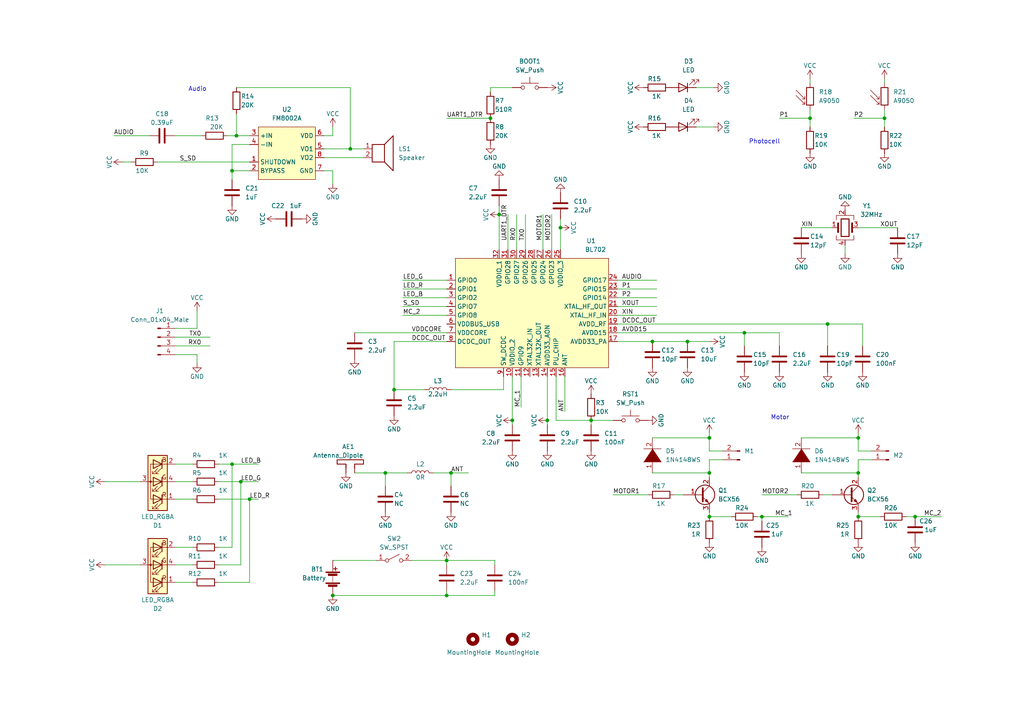
<source format=kicad_sch>
(kicad_sch (version 20211123) (generator eeschema)
  (paper "A4")
  (lib_symbols
    (symbol "BL702 Breakout:BL702"
      (property "Reference" "U" (at 0 24.13 0))
      (property "Value" "BL702" (at 0 -25.4 0))
      (symbol "BL702_1_1"
        (pin bidirectional line (at -22.86 10.16 0) (length 2.54) (name "GPIO0") (number "1"))
        (pin power_in line (at -3.81 -17.78 90) (length 2.54) (name "VDDIO_2") (number "10"))
        (pin bidirectional line (at -1.27 -17.78 90) (length 2.54) (name "GPIO9") (number "11"))
        (pin bidirectional line (at 1.27 -17.78 90) (length 2.54) (name "XTAL32K_IN") (number "12"))
        (pin bidirectional line (at 3.81 -17.78 90) (length 2.54) (name "XTAL32K_OUT") (number "13"))
        (pin power_out line (at 6.35 -17.78 90) (length 2.54) (name "AVDD33_AON") (number "14"))
        (pin bidirectional line (at 8.89 -17.78 90) (length 2.54) (name "PU_CHIP") (number "15"))
        (pin bidirectional line (at 11.43 -17.78 90) (length 2.54) (name "ANT") (number "16"))
        (pin power_in line (at 26.67 -7.62 180) (length 2.54) (name "AVDD33_PA") (number "17"))
        (pin power_in line (at 26.67 -5.08 180) (length 2.54) (name "AVDD15") (number "18"))
        (pin power_in line (at 26.67 -2.54 180) (length 2.54) (name "AVDD_RF") (number "19"))
        (pin bidirectional line (at -22.86 7.62 0) (length 2.54) (name "GPIO1") (number "2"))
        (pin bidirectional line (at 26.67 0 180) (length 2.54) (name "XTAL_HF_IN") (number "20"))
        (pin bidirectional line (at 26.67 2.54 180) (length 2.54) (name "XTAL_HF_OUT") (number "21"))
        (pin bidirectional line (at 26.67 5.08 180) (length 2.54) (name "GPIO14") (number "22"))
        (pin bidirectional line (at 26.67 7.62 180) (length 2.54) (name "GPIO15") (number "23"))
        (pin bidirectional line (at 26.67 10.16 180) (length 2.54) (name "GPIO17") (number "24"))
        (pin power_in line (at 10.16 19.05 270) (length 2.54) (name "VDDIO_3") (number "25"))
        (pin bidirectional line (at 7.62 19.05 270) (length 2.54) (name "GPIO23") (number "26"))
        (pin bidirectional line (at 5.08 19.05 270) (length 2.54) (name "GPIO24") (number "27"))
        (pin bidirectional line (at 2.54 19.05 270) (length 2.54) (name "GPIO25") (number "28"))
        (pin bidirectional line (at 0 19.05 270) (length 2.54) (name "GPIO26") (number "29"))
        (pin bidirectional line (at -22.86 5.08 0) (length 2.54) (name "GPIO2") (number "3"))
        (pin bidirectional line (at -2.54 19.05 270) (length 2.54) (name "GPIO27") (number "30"))
        (pin bidirectional line (at -5.08 19.05 270) (length 2.54) (name "GPIO28") (number "31"))
        (pin power_in line (at -7.62 19.05 270) (length 2.54) (name "VDDIO_1") (number "32"))
        (pin bidirectional line (at -22.86 2.54 0) (length 2.54) (name "GPIO7") (number "4"))
        (pin bidirectional line (at -22.86 0 0) (length 2.54) (name "GPIO8") (number "5"))
        (pin power_in line (at -22.86 -2.54 0) (length 2.54) (name "VDDBUS_USB") (number "6"))
        (pin power_in line (at -22.86 -5.08 0) (length 2.54) (name "VDDCORE") (number "7"))
        (pin power_out line (at -22.86 -7.62 0) (length 2.54) (name "DCDC_OUT") (number "8"))
        (pin power_in line (at -6.35 -17.78 90) (length 2.54) (name "SW_DCDC") (number "9"))
      )
    )
    (symbol "BL702 Robot:8002B"
      (property "Reference" "U" (at 0 7.62 0))
      (property "Value" "8002B" (at 0 -11.43 0))
      (symbol "8002B_1_1"
        (pin passive line (at -10.16 -3.81 0) (length 2.54) (name "SHUTDOWN") (number "1"))
        (pin passive line (at -10.16 -6.35 0) (length 2.54) (name "BYPASS") (number "2"))
        (pin passive line (at -10.16 3.81 0) (length 2.54) (name "+IN") (number "3"))
        (pin passive line (at -10.16 1.27 0) (length 2.54) (name "-IN") (number "4"))
        (pin passive line (at 11.43 0 180) (length 2.54) (name "VO1") (number "5"))
        (pin passive line (at 11.43 3.81 180) (length 2.54) (name "VDD") (number "6"))
        (pin passive line (at 11.43 -6.35 180) (length 2.54) (name "GND") (number "7"))
        (pin passive line (at 11.43 -2.54 180) (length 2.54) (name "VO2") (number "8"))
      )
    )
    (symbol "Connector:Conn_01x02_Male" (pin_names (offset 1.016) hide)
      (property "Reference" "J" (at 0 2.54 0))
      (property "Value" "Conn_01x02_Male" (at 0 -5.08 0))
      (symbol "Conn_01x02_Male_1_1"
        (pin passive line (at 5.08 0 180) (length 3.81) (name "Pin_1") (number "1"))
        (pin passive line (at 5.08 -2.54 180) (length 3.81) (name "Pin_2") (number "2"))
      )
    )
    (symbol "Connector:Conn_01x04_Male" (pin_names (offset 1.016) hide)
      (property "Reference" "J" (at 0 5.08 0))
      (property "Value" "Conn_01x04_Male" (at 0 -7.62 0))
      (symbol "Conn_01x04_Male_1_1"
        (pin passive line (at 5.08 2.54 180) (length 3.81) (name "Pin_1") (number "1"))
        (pin passive line (at 5.08 0 180) (length 3.81) (name "Pin_2") (number "2"))
        (pin passive line (at 5.08 -2.54 180) (length 3.81) (name "Pin_3") (number "3"))
        (pin passive line (at 5.08 -5.08 180) (length 3.81) (name "Pin_4") (number "4"))
      )
    )
    (symbol "Device:Antenna_Dipole" (pin_numbers hide) (pin_names (offset 1.016) hide)
      (property "Reference" "AE" (at 1.27 1.27 0))
      (property "Value" "Antenna_Dipole" (at 1.27 0 0))
      (symbol "Antenna_Dipole_1_1"
        (pin input line (at 0 -5.08 90) (length 2.54) (name "~") (number "1"))
        (pin input line (at 2.54 -5.08 90) (length 2.54) (name "~") (number "2"))
      )
    )
    (symbol "Device:Battery" (pin_numbers hide) (pin_names (offset 0) hide)
      (property "Reference" "BT" (at 2.54 2.54 0))
      (property "Value" "Battery" (at 2.54 0 0))
      (symbol "Battery_1_1"
        (pin passive line (at 0 5.08 270) (length 2.54) (name "+") (number "1"))
        (pin passive line (at 0 -5.08 90) (length 2.54) (name "-") (number "2"))
      )
    )
    (symbol "Device:C" (pin_numbers hide) (pin_names (offset 0.254))
      (property "Reference" "C" (at 0.635 2.54 0))
      (property "Value" "C" (at 0.635 -2.54 0))
      (symbol "C_1_1"
        (pin passive line (at 0 3.81 270) (length 2.794) (name "~") (number "1"))
        (pin passive line (at 0 -3.81 90) (length 2.794) (name "~") (number "2"))
      )
    )
    (symbol "Device:Crystal_GND24" (pin_names (offset 1.016) hide)
      (property "Reference" "Y" (at 3.175 5.08 0))
      (property "Value" "Crystal_GND24" (at 3.175 3.175 0))
      (symbol "Crystal_GND24_1_1"
        (pin passive line (at -3.81 0 0) (length 1.27) (name "1") (number "1"))
        (pin passive line (at 0 5.08 270) (length 1.27) (name "2") (number "2"))
        (pin passive line (at 3.81 0 180) (length 1.27) (name "3") (number "3"))
        (pin passive line (at 0 -5.08 90) (length 1.27) (name "4") (number "4"))
      )
    )
    (symbol "Device:L" (pin_numbers hide) (pin_names (offset 1.016) hide)
      (property "Reference" "L" (at -1.27 0 90))
      (property "Value" "L" (at 1.905 0 90))
      (symbol "L_1_1"
        (pin passive line (at 0 3.81 270) (length 1.27) (name "1") (number "1"))
        (pin passive line (at 0 -3.81 90) (length 1.27) (name "2") (number "2"))
      )
    )
    (symbol "Device:LED" (pin_numbers hide) (pin_names (offset 1.016) hide)
      (property "Reference" "D" (at 0 2.54 0))
      (property "Value" "LED" (at 0 -2.54 0))
      (symbol "LED_1_1"
        (pin passive line (at -3.81 0 0) (length 2.54) (name "K") (number "1"))
        (pin passive line (at 3.81 0 180) (length 2.54) (name "A") (number "2"))
      )
    )
    (symbol "Device:LED_RGBA" (pin_names (offset 0) hide)
      (property "Reference" "D1" (at 0 12.7 0))
      (property "Value" "LED_RGBA" (at 0 10.16 0))
      (symbol "LED_RGBA_0_0"
        (text "B" (at -1.905 -6.35 0) (effects (font (size 1.27 1.27))))
        (text "G" (at -1.905 -1.27 0) (effects (font (size 1.27 1.27))))
        (text "R" (at -1.905 3.81 0) (effects (font (size 1.27 1.27))))
      )
      (symbol "LED_RGBA_1_1"
        (pin passive line (at -5.08 5.08 0) (length 2.54) (name "RK") (number "1"))
        (pin passive line (at -5.08 -5.08 0) (length 2.54) (name "BK") (number "2"))
        (pin passive line (at 5.08 0 180) (length 2.54) (name "A") (number "3"))
        (pin passive line (at -5.08 0 0) (length 2.54) (name "GK") (number "4"))
      )
    )
    (symbol "Device:R" (pin_numbers hide) (pin_names (offset 0))
      (property "Reference" "R" (at 2.032 0 90))
      (property "Value" "R" (at 0 0 90))
      (symbol "R_1_1"
        (pin passive line (at 0 3.81 270) (length 1.27) (name "~") (number "1"))
        (pin passive line (at 0 -3.81 90) (length 1.27) (name "~") (number "2"))
      )
    )
    (symbol "Device:Speaker" (pin_names (offset 0) hide)
      (property "Reference" "LS" (at 1.27 5.715 0))
      (property "Value" "Speaker" (at 1.27 3.81 0))
      (symbol "Speaker_1_1"
        (pin input line (at -5.08 0 0) (length 2.54) (name "1") (number "1"))
        (pin input line (at -5.08 -2.54 0) (length 2.54) (name "2") (number "2"))
      )
    )
    (symbol "Mechanical:MountingHole" (pin_names (offset 1.016))
      (property "Reference" "H" (at 0 5.08 0))
      (property "Value" "MountingHole" (at 0 3.175 0))
    )
    (symbol "Sensor_Optical:A9050" (pin_numbers hide) (pin_names (offset 0))
      (property "Reference" "R" (at -5.08 0 90))
      (property "Value" "A9050" (at 1.905 0 90))
      (symbol "A9050_1_1"
        (pin passive line (at 0 3.81 270) (length 1.27) (name "~") (number "1"))
        (pin passive line (at 0 -3.81 90) (length 1.27) (name "~") (number "2"))
      )
    )
    (symbol "Switch:SW_Push" (pin_numbers hide) (pin_names (offset 1.016) hide)
      (property "Reference" "SW" (at 1.27 2.54 0))
      (property "Value" "SW_Push" (at 0 -1.524 0))
      (symbol "SW_Push_0_1"
        (pin passive line (at -5.08 0 0) (length 2.54) (name "1") (number "1"))
        (pin passive line (at 5.08 0 180) (length 2.54) (name "2") (number "2"))
      )
    )
    (symbol "Switch:SW_SPST" (pin_names (offset 0) hide)
      (property "Reference" "SW" (at 0 3.175 0))
      (property "Value" "SW_SPST" (at 0 -2.54 0))
      (symbol "SW_SPST_1_1"
        (pin passive line (at -5.08 0 0) (length 2.54) (name "A") (number "1"))
        (pin passive line (at 5.08 0 180) (length 2.54) (name "B") (number "2"))
      )
    )
    (symbol "Transistor_BJT:BCX56" (pin_names (offset 0) hide)
      (property "Reference" "Q" (at 5.08 1.905 0))
      (property "Value" "BCX56" (at 5.08 0 0))
      (symbol "BCX56_1_1"
        (pin input line (at -5.08 0 0) (length 5.715) (name "B") (number "1"))
        (pin passive line (at 2.54 5.08 270) (length 2.54) (name "C") (number "2"))
        (pin passive line (at 2.54 -5.08 90) (length 2.54) (name "E") (number "3"))
      )
    )
    (symbol "power:GND" (power) (pin_names (offset 0))
      (property "Value" "GND" (at 0 -3.81 0))
      (symbol "GND_1_1"
        (pin power_in line (at 0 0 270) (length 0) hide (name "GND") (number "1"))
      )
    )
    (symbol "power:VCC" (power) (pin_names (offset 0))
      (property "Value" "VCC" (at 0 3.81 0))
      (symbol "VCC_1_1"
        (pin power_in line (at 0 0 90) (length 0) hide (name "VCC") (number "1"))
      )
    )
    (symbol "pspice:DIODE" (pin_names (offset 1.016) hide)
      (property "Reference" "D" (at 0 3.81 0))
      (property "Value" "DIODE" (at 0 -4.445 0))
      (symbol "DIODE_1_1"
        (pin input line (at -5.08 0 0) (length 3.81) (name "K") (number "1"))
        (pin input line (at 5.08 0 180) (length 3.81) (name "A") (number "2"))
      )
    )
  )
  (junction (at 72.39 144.78))
  (junction (at 148.59 121.92))
  (junction (at 162.56 66.04))
  (junction (at 234.95 34.29))
  (junction (at 158.75 121.92))
  (junction (at 114.3 113.03))
  (junction (at 142.24 34.29))
  (junction (at 111.76 137.16))
  (junction (at 248.92 137.16))
  (junction (at 248.92 127))
  (junction (at 67.31 134.62))
  (junction (at 68.58 39.37))
  (junction (at 248.92 149.86))
  (junction (at 129.54 172.72))
  (junction (at 199.39 99.06))
  (junction (at 96.52 172.72))
  (junction (at 215.9 96.52))
  (junction (at 220.98 149.86))
  (junction (at 205.74 137.16))
  (junction (at 129.54 162.56))
  (junction (at 130.81 137.16))
  (junction (at 101.6 43.18))
  (junction (at 69.85 139.7))
  (junction (at 144.78 62.23))
  (junction (at 205.74 149.86))
  (junction (at 67.31 49.53))
  (junction (at 265.43 149.86))
  (junction (at 189.23 99.06))
  (junction (at 240.03 93.98))
  (junction (at 171.45 121.92))
  (junction (at 205.74 127))
  (junction (at 256.54 34.29))
  (wire (pts (xy 57.15 95.25) (xy 57.15 90.17)))
  (wire (pts (xy 234.95 34.29) (xy 234.95 31.75)))
  (wire (pts (xy 179.07 93.98) (xy 240.03 93.98)))
  (wire (pts (xy 142.24 25.4) (xy 142.24 26.67)))
  (wire (pts (xy 262.89 149.86) (xy 265.43 149.86)))
  (wire (pts (xy 114.3 99.06) (xy 114.3 113.03)))
  (wire (pts (xy 96.52 172.72) (xy 129.54 172.72)))
  (wire (pts (xy 68.58 33.02) (xy 68.58 39.37)))
  (wire (pts (xy 220.98 143.51) (xy 231.14 143.51)))
  (wire (pts (xy 55.88 163.83) (xy 50.8 163.83)))
  (wire (pts (xy 240.03 93.98) (xy 250.19 93.98)))
  (wire (pts (xy 114.3 99.06) (xy 129.54 99.06)))
  (wire (pts (xy 265.43 149.86) (xy 273.05 149.86)))
  (wire (pts (xy 252.73 133.35) (xy 248.92 133.35)))
  (wire (pts (xy 179.07 83.82) (xy 190.5 83.82)))
  (wire (pts (xy 162.56 63.5) (xy 162.56 66.04)))
  (wire (pts (xy 205.74 149.86) (xy 205.74 148.59)))
  (wire (pts (xy 93.98 43.18) (xy 101.6 43.18)))
  (wire (pts (xy 179.07 88.9) (xy 190.5 88.9)))
  (wire (pts (xy 250.19 93.98) (xy 250.19 100.33)))
  (wire (pts (xy 125.73 137.16) (xy 130.81 137.16)))
  (wire (pts (xy 102.87 137.16) (xy 111.76 137.16)))
  (wire (pts (xy 63.5 163.83) (xy 69.85 163.83)))
  (wire (pts (xy 146.05 113.03) (xy 130.81 113.03)))
  (wire (pts (xy 67.31 134.62) (xy 74.93 134.62)))
  (wire (pts (xy 179.07 99.06) (xy 189.23 99.06)))
  (wire (pts (xy 248.92 125.73) (xy 248.92 127)))
  (wire (pts (xy 148.59 109.22) (xy 148.59 121.92)))
  (wire (pts (xy 114.3 113.03) (xy 123.19 113.03)))
  (wire (pts (xy 248.92 66.04) (xy 260.35 66.04)))
  (wire (pts (xy 67.31 134.62) (xy 67.31 158.75)))
  (wire (pts (xy 111.76 137.16) (xy 111.76 140.97)))
  (wire (pts (xy 102.87 96.52) (xy 129.54 96.52)))
  (wire (pts (xy 189.23 127) (xy 205.74 127)))
  (wire (pts (xy 238.76 143.51) (xy 241.3 143.51)))
  (wire (pts (xy 177.8 143.51) (xy 187.96 143.51)))
  (wire (pts (xy 160.02 62.23) (xy 160.02 72.39)))
  (wire (pts (xy 256.54 22.86) (xy 256.54 24.13)))
  (wire (pts (xy 143.51 162.56) (xy 143.51 163.83)))
  (wire (pts (xy 93.98 39.37) (xy 96.52 39.37)))
  (wire (pts (xy 129.54 171.45) (xy 129.54 172.72)))
  (wire (pts (xy 101.6 43.18) (xy 105.41 43.18)))
  (wire (pts (xy 205.74 133.35) (xy 205.74 137.16)))
  (wire (pts (xy 50.8 95.25) (xy 57.15 95.25)))
  (wire (pts (xy 33.02 39.37) (xy 43.18 39.37)))
  (wire (pts (xy 248.92 149.86) (xy 255.27 149.86)))
  (wire (pts (xy 240.03 93.98) (xy 240.03 100.33)))
  (wire (pts (xy 232.41 127) (xy 248.92 127)))
  (wire (pts (xy 96.52 162.56) (xy 109.22 162.56)))
  (wire (pts (xy 55.88 158.75) (xy 50.8 158.75)))
  (wire (pts (xy 116.84 88.9) (xy 129.54 88.9)))
  (wire (pts (xy 151.13 109.22) (xy 151.13 118.11)))
  (wire (pts (xy 63.5 139.7) (xy 69.85 139.7)))
  (wire (pts (xy 248.92 133.35) (xy 248.92 137.16)))
  (wire (pts (xy 247.65 34.29) (xy 256.54 34.29)))
  (wire (pts (xy 144.78 62.23) (xy 144.78 72.39)))
  (wire (pts (xy 219.71 149.86) (xy 220.98 149.86)))
  (wire (pts (xy 215.9 96.52) (xy 226.06 96.52)))
  (wire (pts (xy 205.74 125.73) (xy 205.74 127)))
  (wire (pts (xy 129.54 172.72) (xy 143.51 172.72)))
  (wire (pts (xy 68.58 39.37) (xy 72.39 39.37)))
  (wire (pts (xy 130.81 137.16) (xy 135.89 137.16)))
  (wire (pts (xy 50.8 97.79) (xy 60.96 97.79)))
  (wire (pts (xy 50.8 100.33) (xy 60.96 100.33)))
  (wire (pts (xy 30.48 163.83) (xy 40.64 163.83)))
  (wire (pts (xy 189.23 137.16) (xy 205.74 137.16)))
  (wire (pts (xy 209.55 133.35) (xy 205.74 133.35)))
  (wire (pts (xy 245.11 73.66) (xy 245.11 71.12)))
  (wire (pts (xy 116.84 91.44) (xy 129.54 91.44)))
  (wire (pts (xy 129.54 162.56) (xy 143.51 162.56)))
  (wire (pts (xy 179.07 81.28) (xy 190.5 81.28)))
  (wire (pts (xy 161.29 109.22) (xy 161.29 121.92)))
  (wire (pts (xy 63.5 134.62) (xy 67.31 134.62)))
  (wire (pts (xy 158.75 121.92) (xy 158.75 123.19)))
  (wire (pts (xy 66.04 39.37) (xy 68.58 39.37)))
  (wire (pts (xy 226.06 34.29) (xy 234.95 34.29)))
  (wire (pts (xy 147.32 62.23) (xy 147.32 72.39)))
  (wire (pts (xy 35.56 46.99) (xy 38.1 46.99)))
  (wire (pts (xy 234.95 22.86) (xy 234.95 24.13)))
  (wire (pts (xy 93.98 49.53) (xy 96.52 49.53)))
  (wire (pts (xy 248.92 127) (xy 248.92 130.81)))
  (wire (pts (xy 129.54 162.56) (xy 129.54 163.83)))
  (wire (pts (xy 162.56 66.04) (xy 162.56 72.39)))
  (wire (pts (xy 209.55 130.81) (xy 205.74 130.81)))
  (wire (pts (xy 55.88 134.62) (xy 50.8 134.62)))
  (wire (pts (xy 195.58 143.51) (xy 198.12 143.51)))
  (wire (pts (xy 220.98 149.86) (xy 220.98 151.13)))
  (wire (pts (xy 55.88 144.78) (xy 50.8 144.78)))
  (wire (pts (xy 72.39 144.78) (xy 74.93 144.78)))
  (wire (pts (xy 179.07 86.36) (xy 190.5 86.36)))
  (wire (pts (xy 63.5 158.75) (xy 67.31 158.75)))
  (wire (pts (xy 205.74 137.16) (xy 205.74 138.43)))
  (wire (pts (xy 248.92 149.86) (xy 248.92 148.59)))
  (wire (pts (xy 72.39 41.91) (xy 67.31 41.91)))
  (wire (pts (xy 144.78 59.69) (xy 144.78 62.23)))
  (wire (pts (xy 67.31 49.53) (xy 67.31 52.07)))
  (wire (pts (xy 116.84 83.82) (xy 129.54 83.82)))
  (wire (pts (xy 179.07 91.44) (xy 190.5 91.44)))
  (wire (pts (xy 116.84 86.36) (xy 129.54 86.36)))
  (wire (pts (xy 30.48 139.7) (xy 40.64 139.7)))
  (wire (pts (xy 149.86 62.23) (xy 149.86 72.39)))
  (wire (pts (xy 50.8 39.37) (xy 58.42 39.37)))
  (wire (pts (xy 55.88 168.91) (xy 50.8 168.91)))
  (wire (pts (xy 116.84 81.28) (xy 129.54 81.28)))
  (wire (pts (xy 234.95 36.83) (xy 234.95 34.29)))
  (wire (pts (xy 179.07 96.52) (xy 215.9 96.52)))
  (wire (pts (xy 158.75 109.22) (xy 158.75 121.92)))
  (wire (pts (xy 256.54 36.83) (xy 256.54 34.29)))
  (wire (pts (xy 45.72 46.99) (xy 72.39 46.99)))
  (wire (pts (xy 146.05 109.22) (xy 146.05 113.03)))
  (wire (pts (xy 161.29 121.92) (xy 171.45 121.92)))
  (wire (pts (xy 72.39 144.78) (xy 72.39 168.91)))
  (wire (pts (xy 96.52 49.53) (xy 96.52 53.34)))
  (wire (pts (xy 67.31 41.91) (xy 67.31 49.53)))
  (wire (pts (xy 101.6 25.4) (xy 68.58 25.4)))
  (wire (pts (xy 148.59 121.92) (xy 148.59 123.19)))
  (wire (pts (xy 93.98 45.72) (xy 105.41 45.72)))
  (wire (pts (xy 96.52 39.37) (xy 96.52 36.83)))
  (wire (pts (xy 215.9 96.52) (xy 215.9 100.33)))
  (wire (pts (xy 220.98 149.86) (xy 228.6 149.86)))
  (wire (pts (xy 163.83 109.22) (xy 163.83 119.38)))
  (wire (pts (xy 252.73 130.81) (xy 248.92 130.81)))
  (wire (pts (xy 63.5 168.91) (xy 72.39 168.91)))
  (wire (pts (xy 142.24 25.4) (xy 148.59 25.4)))
  (wire (pts (xy 143.51 172.72) (xy 143.51 171.45)))
  (wire (pts (xy 205.74 127) (xy 205.74 130.81)))
  (wire (pts (xy 207.01 25.4) (xy 201.93 25.4)))
  (wire (pts (xy 207.01 36.83) (xy 201.93 36.83)))
  (wire (pts (xy 205.74 149.86) (xy 212.09 149.86)))
  (wire (pts (xy 101.6 43.18) (xy 101.6 25.4)))
  (wire (pts (xy 57.15 105.41) (xy 57.15 102.87)))
  (wire (pts (xy 69.85 139.7) (xy 69.85 163.83)))
  (wire (pts (xy 256.54 34.29) (xy 256.54 31.75)))
  (wire (pts (xy 130.81 137.16) (xy 130.81 140.97)))
  (wire (pts (xy 189.23 99.06) (xy 199.39 99.06)))
  (wire (pts (xy 129.54 34.29) (xy 142.24 34.29)))
  (wire (pts (xy 171.45 121.92) (xy 171.45 123.19)))
  (wire (pts (xy 248.92 137.16) (xy 248.92 138.43)))
  (wire (pts (xy 63.5 144.78) (xy 72.39 144.78)))
  (wire (pts (xy 69.85 139.7) (xy 74.93 139.7)))
  (wire (pts (xy 232.41 66.04) (xy 241.3 66.04)))
  (wire (pts (xy 119.38 162.56) (xy 129.54 162.56)))
  (wire (pts (xy 67.31 49.53) (xy 72.39 49.53)))
  (wire (pts (xy 152.4 62.23) (xy 152.4 72.39)))
  (wire (pts (xy 171.45 121.92) (xy 177.8 121.92)))
  (wire (pts (xy 118.11 137.16) (xy 111.76 137.16)))
  (wire (pts (xy 55.88 139.7) (xy 50.8 139.7)))
  (wire (pts (xy 157.48 62.23) (xy 157.48 72.39)))
  (wire (pts (xy 226.06 96.52) (xy 226.06 100.33)))
  (wire (pts (xy 57.15 102.87) (xy 50.8 102.87)))
  (wire (pts (xy 199.39 99.06) (xy 205.74 99.06)))
  (wire (pts (xy 232.41 137.16) (xy 248.92 137.16)))
  (text "Photocell" (at 217.17 41.91 0) (effects (font (size 1.27 1.27)) (justify left bottom)))
  (text "Audio" (at 54.61 26.67 0) (effects (font (size 1.27 1.27)) (justify left bottom)))
  (text "Motor" (at 223.52 121.92 0) (effects (font (size 1.27 1.27)) (justify left bottom)))
  (label "ANT" (at 130.81 137.16 0))
  (label "LED_G" (at 116.84 81.28 0))
  (label "S_SD" (at 116.84 88.9 0))
  (label "TX0" (at 152.4 69.85 90))
  (label "P1" (at 226.06 34.29 0))
  (label "P1" (at 180.34 83.82 0))
  (label "LED_B" (at 116.84 86.36 0))
  (label "MC_2" (at 267.97 149.86 0))
  (label "AUDIO" (at 33.02 39.37 0))
  (label "MC_1" (at 151.13 118.11 90))
  (label "P2" (at 247.65 34.29 0))
  (label "UART1_DTR" (at 129.54 34.29 0))
  (label "LED_R" (at 116.84 83.82 0))
  (label "MOTOR1" (at 177.8 143.51 0))
  (label "UART1_DTR" (at 147.32 69.85 90))
  (label "VDDCORE" (at 119.38 96.52 0))
  (label "MOTOR2" (at 220.98 143.51 0))
  (label "XOUT" (at 180.34 88.9 0))
  (label "LED_B" (at 69.85 134.62 0))
  (label "AVDD15" (at 180.34 96.52 0))
  (label "P2" (at 180.34 86.36 0))
  (label "LED_R" (at 72.39 144.78 0))
  (label "ANT" (at 163.83 119.38 90))
  (label "S_SD" (at 52.07 46.99 0))
  (label "RX0" (at 58.42 100.33 180))
  (label "MOTOR2" (at 160.02 69.85 90))
  (label "XIN" (at 232.41 66.04 0))
  (label "TX0" (at 58.42 97.79 180))
  (label "MC_2" (at 116.84 91.44 0))
  (label "MOTOR1" (at 157.48 69.85 90))
  (label "LED_G" (at 69.85 139.7 0))
  (label "DCDC_OUT" (at 119.38 99.06 0))
  (label "DCDC_OUT" (at 180.34 93.98 0))
  (label "XIN" (at 180.34 91.44 0))
  (label "XOUT" (at 255.27 66.04 0))
  (label "MC_1" (at 224.79 149.86 0))
  (label "AUDIO" (at 180.34 81.28 0))
  (label "RX0" (at 149.86 69.85 90))
  (symbol (lib_id "Sensor_Optical:A9050") (at 256.54 27.94 0) (unit 1)
    (property "Reference" "R21" (at 259.08 26.6699 0) (effects (justify left)))
    (property "Value" "A9050" (at 259.08 29.2099 0) (effects (justify left)))
    (property "Footprint" "OptoDevice:R_LDR_5.0x4.1mm_P3mm_Vertical" (effects hide))
    (property "Datasheet" "http://cdn-reichelt.de/documents/datenblatt/A500/A90xxxx%23PE.pdf" (effects hide))
  )
  (symbol (lib_id "Device:R") (at 59.69 168.91 90) (unit 1)
    (property "Reference" "R12" (at 58.42 166.37 90) (effects (justify left)))
    (property "Value" "1K" (at 66.04 166.37 90) (effects (justify left)))
    (property "Footprint" "Resistor_SMD:R_0402_1005Metric" (effects hide))
    (property "LCSC PN" "C11702" (effects hide))
  )
  (symbol (lib_id "BL702 Robot:8002B") (at 82.55 43.18 0) (unit 1)
    (property "Reference" "U2" (at 83.185 31.75 0))
    (property "Value" "FM8002A" (at 83.185 34.29 0))
    (property "Footprint" "Package_SO:SOP-8_3.9x4.9mm_P1.27mm" (effects hide))
    (property "LCSC" "C94625" (effects hide))
  )
  (symbol (lib_id "Device:C") (at 162.56 59.69 0) (unit 1)
    (property "Reference" "C10" (at 166.37 58.4199 0) (effects (justify left)))
    (property "Value" "2.2uF" (at 166.37 60.9599 0) (effects (justify left)))
    (property "Footprint" "Capacitor_SMD:C_0402_1005Metric" (effects hide))
    (property "LCSC PN" "C12530" (effects hide))
  )
  (symbol (lib_id "power:VCC") (at 148.59 121.92 90) (unit 1)
    (property "Reference" "#PWR037" (effects hide))
    (property "Value" "VCC" (at 144.78 121.92 0))
  )
  (symbol (lib_id "power:GND") (at 207.01 36.83 90) (unit 1)
    (property "Reference" "#PWR040" (effects hide))
    (property "Value" "GND" (at 210.82 36.83 0))
  )
  (symbol (lib_id "BL702 Breakout:BL702") (at 152.4 91.44 0) (unit 1)
    (property "Reference" "U1" (at 171.45 69.85 0))
    (property "Value" "BL702" (at 172.72 72.39 0))
    (property "Footprint" "Package_DFN_QFN:QFN-32-1EP_4x4mm_P0.4mm_EP2.9x2.9mm" (effects hide))
    (property "LCSC PN" "C2874059" (effects hide))
  )
  (symbol (lib_id "power:GND") (at 265.43 157.48 0) (unit 1)
    (property "Reference" "#PWR058" (effects hide))
    (property "Value" "GND" (at 265.43 161.29 0))
  )
  (symbol (lib_id "power:GND") (at 142.24 41.91 0) (unit 1)
    (property "Reference" "#PWR029" (effects hide))
    (property "Value" "GND" (at 142.24 45.72 0))
  )
  (symbol (lib_id "Device:R") (at 41.91 46.99 90) (unit 1)
    (property "Reference" "R9" (at 43.18 44.45 90) (effects (justify left)))
    (property "Value" "10K" (at 43.18 49.53 90) (effects (justify left)))
    (property "Footprint" "Resistor_SMD:R_0402_1005Metric" (effects hide))
    (property "LCSC PN" "C25744" (effects hide))
  )
  (symbol (lib_id "power:GND") (at 245.11 60.96 180) (unit 1)
    (property "Reference" "#PWR033" (effects hide))
    (property "Value" "GND" (at 245.11 57.15 0))
  )
  (symbol (lib_id "Device:L") (at 121.92 137.16 90) (unit 1)
    (property "Reference" "L2" (at 121.92 134.62 90))
    (property "Value" "0R" (at 121.92 138.43 90))
    (property "Footprint" "Inductor_SMD:L_0402_1005Metric" (effects hide))
  )
  (symbol (lib_id "Device:R") (at 59.69 139.7 90) (unit 1)
    (property "Reference" "R5" (at 58.42 137.16 90) (effects (justify left)))
    (property "Value" "1K" (at 66.04 137.16 90) (effects (justify left)))
    (property "Footprint" "Resistor_SMD:R_0402_1005Metric" (effects hide))
    (property "LCSC PN" "C11702" (effects hide))
  )
  (symbol (lib_id "Device:R") (at 234.95 40.64 0) (unit 1)
    (property "Reference" "R19" (at 236.22 39.37 0) (effects (justify left)))
    (property "Value" "10K" (at 236.22 41.91 0) (effects (justify left)))
    (property "Footprint" "Resistor_SMD:R_0402_1005Metric" (effects hide))
    (property "LCSC PN" "C25744" (effects hide))
  )
  (symbol (lib_id "power:VCC") (at 248.92 125.73 0) (unit 1)
    (property "Reference" "#PWR052" (effects hide))
    (property "Value" "VCC" (at 248.92 121.92 0))
  )
  (symbol (lib_id "Device:R") (at 234.95 143.51 90) (unit 1)
    (property "Reference" "R20" (at 236.22 140.97 90) (effects (justify left)))
    (property "Value" "1K" (at 236.22 146.05 90) (effects (justify left)))
    (property "Footprint" "Resistor_SMD:R_0402_1005Metric" (effects hide))
    (property "LCSC PN" "C11702" (effects hide))
  )
  (symbol (lib_id "Device:C") (at 130.81 144.78 0) (unit 1)
    (property "Reference" "C6" (at 133.35 143.51 0) (effects (justify left)))
    (property "Value" "NC" (at 133.35 146.05 0) (effects (justify left)))
    (property "Footprint" "Capacitor_SMD:C_0402_1005Metric" (effects hide))
  )
  (symbol (lib_id "Device:C") (at 199.39 102.87 0) (unit 1)
    (property "Reference" "C13" (at 203.2 101.5999 0) (effects (justify left)))
    (property "Value" "10uF" (at 203.2 104.1399 0) (effects (justify left)))
    (property "Footprint" "Capacitor_SMD:C_0603_1608Metric" (effects hide))
    (property "LCSC PN" "C96446" (effects hide))
  )
  (symbol (lib_id "power:VCC") (at 171.45 114.3 0) (unit 1)
    (property "Reference" "#PWR045" (effects hide))
    (property "Value" "VCC" (at 171.45 110.49 0))
  )
  (symbol (lib_id "power:GND") (at 234.95 44.45 0) (unit 1)
    (property "Reference" "#PWR051" (effects hide))
    (property "Value" "GND" (at 234.95 48.26 0))
  )
  (symbol (lib_id "power:VCC") (at 144.78 62.23 90) (unit 1)
    (property "Reference" "#PWR032" (effects hide))
    (property "Value" "VCC" (at 140.97 62.23 0))
  )
  (symbol (lib_id "power:VCC") (at 30.48 163.83 90) (unit 1)
    (property "Reference" "#PWR03" (effects hide))
    (property "Value" "VCC" (at 26.67 163.83 0))
  )
  (symbol (lib_id "Device:R") (at 190.5 25.4 90) (unit 1)
    (property "Reference" "R15" (at 191.77 22.86 90) (effects (justify left)))
    (property "Value" "1K" (at 191.77 27.94 90) (effects (justify left)))
    (property "Footprint" "Resistor_SMD:R_0402_1005Metric" (effects hide))
    (property "LCSC PN" "C11702" (effects hide))
  )
  (symbol (lib_id "Device:C") (at 215.9 104.14 0) (unit 1)
    (property "Reference" "C15" (at 218.44 102.87 0) (effects (justify left)))
    (property "Value" "10pF" (at 218.44 105.41 0) (effects (justify left)))
    (property "Footprint" "Capacitor_SMD:C_0402_1005Metric" (effects hide))
    (property "LCSC PN" "C32949" (effects hide))
  )
  (symbol (lib_id "power:GND") (at 171.45 130.81 0) (unit 1)
    (property "Reference" "#PWR023" (effects hide))
    (property "Value" "GND" (at 171.45 134.62 0))
  )
  (symbol (lib_id "power:VCC") (at 205.74 125.73 0) (unit 1)
    (property "Reference" "#PWR047" (effects hide))
    (property "Value" "VCC" (at 205.74 121.92 0))
  )
  (symbol (lib_id "power:GND") (at 100.33 137.16 0) (unit 1)
    (property "Reference" "#PWR036" (effects hide))
    (property "Value" "GND" (at 100.33 140.97 0))
  )
  (symbol (lib_id "power:GND") (at 187.96 121.92 90) (unit 1)
    (property "Reference" "#PWR057" (effects hide))
    (property "Value" "GND" (at 191.77 121.92 0))
  )
  (symbol (lib_id "Device:C") (at 46.99 39.37 90) (unit 1)
    (property "Reference" "C18" (at 46.99 33.02 90))
    (property "Value" "0.39uF" (at 46.99 35.56 90))
    (property "Footprint" "Capacitor_SMD:C_0603_1608Metric" (effects hide))
  )
  (symbol (lib_id "power:GND") (at 232.41 73.66 0) (unit 1)
    (property "Reference" "#PWR028" (effects hide))
    (property "Value" "GND" (at 232.41 77.47 0))
  )
  (symbol (lib_id "power:VCC") (at 186.69 36.83 90) (unit 1)
    (property "Reference" "#PWR027" (effects hide))
    (property "Value" "VCC" (at 182.88 36.83 0))
  )
  (symbol (lib_id "Device:C") (at 265.43 153.67 180) (unit 1)
    (property "Reference" "C26" (at 270.51 151.13 0) (effects (justify left)))
    (property "Value" "1uF" (at 271.78 153.67 0) (effects (justify left)))
    (property "Footprint" "Capacitor_SMD:C_0603_1608Metric" (effects hide))
  )
  (symbol (lib_id "Device:C") (at 240.03 104.14 0) (unit 1)
    (property "Reference" "C19" (at 242.57 102.87 0) (effects (justify left)))
    (property "Value" "10pF" (at 242.57 105.41 0) (effects (justify left)))
    (property "Footprint" "Capacitor_SMD:C_0402_1005Metric" (effects hide))
    (property "LCSC PN" "C32949" (effects hide))
  )
  (symbol (lib_id "Device:C") (at 102.87 100.33 0) (unit 1)
    (property "Reference" "C3" (at 106.68 99.0599 0) (effects (justify left)))
    (property "Value" "2.2uF" (at 106.68 101.5999 0) (effects (justify left)))
    (property "Footprint" "Capacitor_SMD:C_0402_1005Metric" (effects hide))
    (property "LCSC PN" "C12530" (effects hide))
  )
  (symbol (lib_id "Device:R") (at 259.08 149.86 90) (unit 1)
    (property "Reference" "R26" (at 260.35 147.32 90) (effects (justify left)))
    (property "Value" "10K" (at 260.35 152.4 90) (effects (justify left)))
    (property "Footprint" "Resistor_SMD:R_0402_1005Metric" (effects hide))
    (property "LCSC PN" "C25744" (effects hide))
  )
  (symbol (lib_id "Device:C") (at 189.23 102.87 0) (unit 1)
    (property "Reference" "C12" (at 191.77 101.6 0) (effects (justify left)))
    (property "Value" "10pF" (at 191.77 104.14 0) (effects (justify left)))
    (property "Footprint" "Capacitor_SMD:C_0402_1005Metric" (effects hide))
    (property "LCSC PN" "C32949" (effects hide))
  )
  (symbol (lib_id "Device:R") (at 190.5 36.83 90) (unit 1)
    (property "Reference" "R16" (at 191.77 34.29 90) (effects (justify left)))
    (property "Value" "1K" (at 191.77 39.37 90) (effects (justify left)))
    (property "Footprint" "Resistor_SMD:R_0402_1005Metric" (effects hide))
    (property "LCSC PN" "C11702" (effects hide))
  )
  (symbol (lib_id "power:GND") (at 111.76 148.59 0) (unit 1)
    (property "Reference" "#PWR09" (effects hide))
    (property "Value" "GND" (at 111.76 152.4 0))
  )
  (symbol (lib_id "power:VCC") (at 158.75 25.4 270) (unit 1)
    (property "Reference" "#PWR049" (effects hide))
    (property "Value" "VCC" (at 162.56 25.4 0))
  )
  (symbol (lib_id "Mechanical:MountingHole") (at 148.59 185.42 0) (unit 1)
    (property "Reference" "H2" (at 151.13 184.1499 0) (effects (justify left)))
    (property "Value" "MountingHole" (at 143.51 189.23 0) (effects (justify left)))
    (property "Footprint" "MountingHole:MountingHole_3mm" (effects hide))
  )
  (symbol (lib_id "Device:C") (at 232.41 69.85 0) (unit 1)
    (property "Reference" "C14" (at 234.95 68.58 0) (effects (justify left)))
    (property "Value" "12pF" (at 234.95 71.12 0) (effects (justify left)))
    (property "Footprint" "Capacitor_SMD:C_0402_1005Metric" (effects hide))
    (property "LCSC PN" "C1547" (effects hide))
  )
  (symbol (lib_id "Device:R") (at 191.77 143.51 90) (unit 1)
    (property "Reference" "R17" (at 193.04 140.97 90) (effects (justify left)))
    (property "Value" "1K" (at 193.04 146.05 90) (effects (justify left)))
    (property "Footprint" "Resistor_SMD:R_0402_1005Metric" (effects hide))
    (property "LCSC PN" "C11702" (effects hide))
  )
  (symbol (lib_id "power:GND") (at 199.39 106.68 0) (unit 1)
    (property "Reference" "#PWR025" (effects hide))
    (property "Value" "GND" (at 199.39 110.49 0))
  )
  (symbol (lib_id "Device:R") (at 248.92 153.67 180) (unit 1)
    (property "Reference" "R25" (at 246.38 152.4 0) (effects (justify left)))
    (property "Value" "1R" (at 246.38 154.94 0) (effects (justify left)))
    (property "Footprint" "Resistor_SMD:R_1206_3216Metric" (effects hide))
    (property "LCSC PN" "C17928" (effects hide))
  )
  (symbol (lib_id "Connector:Conn_01x02_Male") (at 257.81 133.35 180) (unit 1)
    (property "Reference" "M2" (at 259.08 132.0799 0) (effects (justify right)))
    (property "Value" "Conn_01x02_Male" (effects hide))
    (property "Footprint" "Connector_JST:JST_XH_B2B-XH-A_1x02_P2.50mm_Vertical" (effects hide))
    (property "LCSC" "C158012" (effects hide))
  )
  (symbol (lib_id "Device:R") (at 59.69 144.78 90) (unit 1)
    (property "Reference" "R6" (at 58.42 142.24 90) (effects (justify left)))
    (property "Value" "1K" (at 66.04 142.24 90) (effects (justify left)))
    (property "Footprint" "Resistor_SMD:R_0402_1005Metric" (effects hide))
    (property "LCSC PN" "C11702" (effects hide))
  )
  (symbol (lib_id "Device:R") (at 171.45 118.11 0) (unit 1)
    (property "Reference" "R3" (at 172.72 116.84 0) (effects (justify left)))
    (property "Value" "10K" (at 172.72 119.38 0) (effects (justify left)))
    (property "Footprint" "Resistor_SMD:R_0402_1005Metric" (effects hide))
    (property "LCSC PN" "C25744" (effects hide))
  )
  (symbol (lib_id "power:GND") (at 248.92 157.48 0) (unit 1)
    (property "Reference" "#PWR053" (effects hide))
    (property "Value" "GND" (at 248.92 161.29 0))
  )
  (symbol (lib_id "Device:LED") (at 198.12 25.4 180) (unit 1)
    (property "Reference" "D3" (at 199.7075 17.78 0))
    (property "Value" "LED" (at 199.7075 20.32 0))
    (property "Footprint" "LED_THT:LED_D3.0mm_Horizontal_O1.27mm_Z2.0mm" (effects hide))
  )
  (symbol (lib_id "Device:Antenna_Dipole") (at 102.87 132.08 0) (mirror y) (unit 1)
    (property "Reference" "AE1" (at 102.87 129.54 0) (effects (justify left)))
    (property "Value" "Antenna_Dipole" (at 105.41 132.08 0) (effects (justify left)))
    (property "Footprint" "RF_Antenna:Texas_SWRA117D_2.4GHz_Right" (effects hide))
  )
  (symbol (lib_id "Transistor_BJT:BCX56") (at 203.2 143.51 0) (unit 1)
    (property "Reference" "Q1" (at 208.28 142.2399 0) (effects (justify left)))
    (property "Value" "BCX56" (at 208.28 144.7799 0) (effects (justify left)))
    (property "Footprint" "Package_TO_SOT_SMD:SOT-89-3" (effects hide))
    (property "Datasheet" "http://cache.nxp.com/documents/data_sheet/BCP56_BCX56_BC56PA.pdf?pspll=1" (effects hide))
    (property "LCSC" "C123402" (effects hide))
  )
  (symbol (lib_id "Device:Speaker") (at 110.49 43.18 0) (unit 1)
    (property "Reference" "LS1" (at 115.57 43.1799 0) (effects (justify left)))
    (property "Value" "Speaker" (at 115.57 45.7199 0) (effects (justify left)))
    (property "Footprint" "Connector_JST:JST_XH_B2B-XH-A_1x02_P2.50mm_Vertical" (effects hide))
    (property "LCSC" "C158012" (effects hide))
  )
  (symbol (lib_id "Device:LED_RGBA") (at 45.72 139.7 180) (unit 1)
    (property "Reference" "D1" (at 45.72 152.4 0))
    (property "Value" "LED_RGBA" (at 45.72 149.86 0))
    (property "Footprint" "USB A SMD PAD:FM-B2020RGBA-HG" (effects hide))
    (property "LCSC PN" "C108793" (effects hide))
  )
  (symbol (lib_id "Device:R") (at 62.23 39.37 90) (unit 1)
    (property "Reference" "R13" (at 63.5 34.29 90) (effects (justify left)))
    (property "Value" "20K" (at 64.77 36.83 90) (effects (justify left)))
    (property "Footprint" "Resistor_SMD:R_0402_1005Metric" (effects hide))
    (property "LCSC PN" "C25765" (effects hide))
  )
  (symbol (lib_id "power:GND") (at 226.06 107.95 0) (unit 1)
    (property "Reference" "#PWR035" (effects hide))
    (property "Value" "GND" (at 226.06 111.76 0))
  )
  (symbol (lib_id "Device:C") (at 148.59 127 0) (unit 1)
    (property "Reference" "C8" (at 140.97 125.73 0) (effects (justify left)))
    (property "Value" "2.2uF" (at 139.7 128.27 0) (effects (justify left)))
    (property "Footprint" "Capacitor_SMD:C_0402_1005Metric" (effects hide))
    (property "LCSC PN" "C12530" (effects hide))
  )
  (symbol (lib_id "power:GND") (at 256.54 44.45 0) (unit 1)
    (property "Reference" "#PWR055" (effects hide))
    (property "Value" "GND" (at 256.54 48.26 0))
  )
  (symbol (lib_id "Device:C") (at 144.78 55.88 0) (unit 1)
    (property "Reference" "C7" (at 135.89 54.61 0) (effects (justify left)))
    (property "Value" "2.2uF" (at 135.89 57.15 0) (effects (justify left)))
    (property "Footprint" "Capacitor_SMD:C_0402_1005Metric" (effects hide))
    (property "LCSC PN" "C12530" (effects hide))
  )
  (symbol (lib_id "power:GND") (at 207.01 25.4 90) (unit 1)
    (property "Reference" "#PWR038" (effects hide))
    (property "Value" "GND" (at 210.82 25.4 0))
  )
  (symbol (lib_id "Switch:SW_Push") (at 182.88 121.92 0) (unit 1)
    (property "Reference" "RST1" (at 182.88 114.3 0))
    (property "Value" "SW_Push" (at 182.88 116.84 0))
    (property "Footprint" "Button_Switch_SMD:SW_SPST_EVQPE1" (effects hide))
    (property "LCSC PN" "C720477" (effects hide))
  )
  (symbol (lib_id "power:GND") (at 67.31 59.69 0) (unit 1)
    (property "Reference" "#PWR014" (effects hide))
    (property "Value" "GND" (at 67.31 63.5 0))
  )
  (symbol (lib_id "Transistor_BJT:BCX56") (at 246.38 143.51 0) (unit 1)
    (property "Reference" "Q2" (at 251.46 142.2399 0) (effects (justify left)))
    (property "Value" "BCX56" (at 251.46 144.7799 0) (effects (justify left)))
    (property "Footprint" "Package_TO_SOT_SMD:SOT-89-3" (effects hide))
    (property "Datasheet" "http://cache.nxp.com/documents/data_sheet/BCP56_BCX56_BC56PA.pdf?pspll=1" (effects hide))
    (property "LCSC" "C123402" (effects hide))
  )
  (symbol (lib_id "power:GND") (at 96.52 53.34 0) (unit 1)
    (property "Reference" "#PWR021" (effects hide))
    (property "Value" "GND" (at 96.52 57.15 0))
  )
  (symbol (lib_id "Device:R") (at 59.69 134.62 90) (unit 1)
    (property "Reference" "R4" (at 58.42 132.08 90) (effects (justify left)))
    (property "Value" "1K" (at 66.04 132.08 90) (effects (justify left)))
    (property "Footprint" "Resistor_SMD:R_0402_1005Metric" (effects hide))
    (property "LCSC PN" "C11702" (effects hide))
  )
  (symbol (lib_id "power:GND") (at 130.81 148.59 0) (unit 1)
    (property "Reference" "#PWR012" (effects hide))
    (property "Value" "GND" (at 130.81 152.4 0))
  )
  (symbol (lib_id "power:GND") (at 148.59 130.81 0) (unit 1)
    (property "Reference" "#PWR016" (effects hide))
    (property "Value" "GND" (at 148.59 134.62 0))
  )
  (symbol (lib_id "power:VCC") (at 162.56 66.04 270) (unit 1)
    (property "Reference" "#PWR044" (effects hide))
    (property "Value" "VCC" (at 166.37 66.04 0))
  )
  (symbol (lib_id "Switch:SW_Push") (at 153.67 25.4 0) (unit 1)
    (property "Reference" "BOOT1" (at 153.67 17.78 0))
    (property "Value" "SW_Push" (at 153.67 20.32 0))
    (property "Footprint" "Button_Switch_SMD:SW_SPST_EVQPE1" (effects hide))
    (property "LCSC PN" "C720477" (effects hide))
  )
  (symbol (lib_id "power:GND") (at 96.52 172.72 0) (unit 1)
    (property "Reference" "#PWR022" (effects hide))
    (property "Value" "GND" (at 96.52 176.53 0))
  )
  (symbol (lib_id "power:GND") (at 245.11 73.66 0) (unit 1)
    (property "Reference" "#PWR034" (effects hide))
    (property "Value" "GND" (at 245.11 77.47 0))
  )
  (symbol (lib_id "power:GND") (at 189.23 106.68 0) (unit 1)
    (property "Reference" "#PWR024" (effects hide))
    (property "Value" "GND" (at 189.23 110.49 0))
  )
  (symbol (lib_id "power:GND") (at 162.56 55.88 180) (unit 1)
    (property "Reference" "#PWR020" (effects hide))
    (property "Value" "GND" (at 162.56 52.07 0))
  )
  (symbol (lib_id "Device:R") (at 142.24 30.48 0) (unit 1)
    (property "Reference" "R7" (at 143.51 29.21 0) (effects (justify left)))
    (property "Value" "510R" (at 143.51 31.75 0) (effects (justify left)))
    (property "Footprint" "Resistor_SMD:R_0402_1005Metric" (effects hide))
    (property "LCSC PN" "C25123" (effects hide))
  )
  (symbol (lib_id "power:GND") (at 240.03 107.95 0) (unit 1)
    (property "Reference" "#PWR042" (effects hide))
    (property "Value" "GND" (at 240.03 111.76 0))
  )
  (symbol (lib_id "power:VCC") (at 30.48 139.7 90) (unit 1)
    (property "Reference" "#PWR02" (effects hide))
    (property "Value" "VCC" (at 26.67 139.7 0))
  )
  (symbol (lib_id "Device:C") (at 158.75 127 0) (unit 1)
    (property "Reference" "C9" (at 162.56 125.7299 0) (effects (justify left)))
    (property "Value" "2.2uF" (at 162.56 128.2699 0) (effects (justify left)))
    (property "Footprint" "Capacitor_SMD:C_0402_1005Metric" (effects hide))
    (property "LCSC PN" "C12530" (effects hide))
  )
  (symbol (lib_id "Device:LED") (at 198.12 36.83 180) (unit 1)
    (property "Reference" "D4" (at 199.7075 29.21 0))
    (property "Value" "LED" (at 199.7075 31.75 0))
    (property "Footprint" "LED_THT:LED_D3.0mm_Horizontal_O1.27mm_Z2.0mm" (effects hide))
  )
  (symbol (lib_id "Device:C") (at 83.82 63.5 90) (unit 1)
    (property "Reference" "C22" (at 82.55 59.69 90) (effects (justify left)))
    (property "Value" "1uF" (at 87.63 59.69 90) (effects (justify left)))
    (property "Footprint" "Capacitor_SMD:C_0603_1608Metric" (effects hide))
  )
  (symbol (lib_id "Device:C") (at 129.54 167.64 0) (unit 1)
    (property "Reference" "C23" (at 133.35 166.3699 0) (effects (justify left)))
    (property "Value" "2.2uF" (at 133.35 168.9099 0) (effects (justify left)))
    (property "Footprint" "Capacitor_SMD:C_0402_1005Metric" (effects hide))
    (property "LCSC PN" "C12530" (effects hide))
  )
  (symbol (lib_id "power:VCC") (at 35.56 46.99 90) (unit 1)
    (property "Reference" "#PWR011" (effects hide))
    (property "Value" "VCC" (at 31.75 46.99 0))
  )
  (symbol (lib_id "Device:C") (at 143.51 167.64 0) (unit 1)
    (property "Reference" "C24" (at 147.32 166.3699 0) (effects (justify left)))
    (property "Value" "100nF" (at 147.32 168.9099 0) (effects (justify left)))
    (property "Footprint" "Capacitor_SMD:C_0402_1005Metric" (effects hide))
    (property "LCSC PN" "C307331" (effects hide))
  )
  (symbol (lib_id "Device:C") (at 226.06 104.14 0) (unit 1)
    (property "Reference" "C16" (at 229.87 102.8699 0) (effects (justify left)))
    (property "Value" "2.2uF" (at 229.87 105.4099 0) (effects (justify left)))
    (property "Footprint" "Capacitor_SMD:C_0402_1005Metric" (effects hide))
    (property "LCSC PN" "C12530" (effects hide))
  )
  (symbol (lib_id "power:VCC") (at 205.74 99.06 270) (unit 1)
    (property "Reference" "#PWR046" (effects hide))
    (property "Value" "VCC" (at 209.55 99.06 0))
  )
  (symbol (lib_id "power:GND") (at 87.63 63.5 90) (unit 1)
    (property "Reference" "#PWR017" (effects hide))
    (property "Value" "GND" (at 91.44 63.5 0))
  )
  (symbol (lib_id "pspice:DIODE") (at 189.23 132.08 90) (unit 1)
    (property "Reference" "D5" (at 193.04 130.8099 90) (effects (justify right)))
    (property "Value" "1N4148WS" (at 193.04 133.3499 90) (effects (justify right)))
    (property "Footprint" "Diode_SMD:D_SOD-323" (effects hide))
    (property "LCSC" "C2128" (effects hide))
  )
  (symbol (lib_id "Device:C") (at 114.3 116.84 0) (unit 1)
    (property "Reference" "C5" (at 118.11 115.5699 0) (effects (justify left)))
    (property "Value" "2.2uF" (at 118.11 118.1099 0) (effects (justify left)))
    (property "Footprint" "Capacitor_SMD:C_0402_1005Metric" (effects hide))
    (property "LCSC PN" "C12530" (effects hide))
  )
  (symbol (lib_id "power:VCC") (at 57.15 90.17 0) (unit 1)
    (property "Reference" "#PWR01" (effects hide))
    (property "Value" "VCC" (at 57.15 86.36 0))
  )
  (symbol (lib_id "power:GND") (at 114.3 120.65 0) (unit 1)
    (property "Reference" "#PWR010" (effects hide))
    (property "Value" "GND" (at 114.3 124.46 0))
  )
  (symbol (lib_id "power:GND") (at 144.78 52.07 180) (unit 1)
    (property "Reference" "#PWR013" (effects hide))
    (property "Value" "GND" (at 144.78 48.26 0))
  )
  (symbol (lib_id "Connector:Conn_01x04_Male") (at 45.72 97.79 0) (unit 1)
    (property "Reference" "J1" (at 46.355 90.17 0))
    (property "Value" "Conn_01x04_Male" (at 46.355 92.71 0))
    (property "Footprint" "Connector_PinHeader_2.54mm:PinHeader_1x04_P2.54mm_Vertical" (effects hide))
  )
  (symbol (lib_id "Device:C") (at 171.45 127 0) (unit 1)
    (property "Reference" "C11" (at 175.26 125.7299 0) (effects (justify left)))
    (property "Value" "100nF" (at 175.26 128.2699 0) (effects (justify left)))
    (property "Footprint" "Capacitor_SMD:C_0402_1005Metric" (effects hide))
    (property "LCSC PN" "C307331" (effects hide))
  )
  (symbol (lib_id "Sensor_Optical:A9050") (at 234.95 27.94 0) (unit 1)
    (property "Reference" "R18" (at 237.49 26.6699 0) (effects (justify left)))
    (property "Value" "A9050" (at 237.49 29.2099 0) (effects (justify left)))
    (property "Footprint" "OptoDevice:R_LDR_5.0x4.1mm_P3mm_Vertical" (effects hide))
    (property "Datasheet" "http://cdn-reichelt.de/documents/datenblatt/A500/A90xxxx%23PE.pdf" (effects hide))
  )
  (symbol (lib_id "power:GND") (at 102.87 104.14 0) (unit 1)
    (property "Reference" "#PWR08" (effects hide))
    (property "Value" "GND" (at 102.87 107.95 0))
  )
  (symbol (lib_id "Device:L") (at 127 113.03 90) (unit 1)
    (property "Reference" "L3" (at 127 110.49 90))
    (property "Value" "2.2uH" (at 127 114.3 90))
    (property "Footprint" "Inductor_SMD:L_0805_2012Metric" (effects hide))
    (property "LCSC PN" "C86089" (effects hide))
  )
  (symbol (lib_id "Device:R") (at 68.58 29.21 0) (unit 1)
    (property "Reference" "R14" (at 69.85 27.94 0) (effects (justify left)))
    (property "Value" "20K" (at 69.85 30.48 0) (effects (justify left)))
    (property "Footprint" "Resistor_SMD:R_0402_1005Metric" (effects hide))
    (property "LCSC PN" "C25765" (effects hide))
  )
  (symbol (lib_id "power:GND") (at 215.9 107.95 0) (unit 1)
    (property "Reference" "#PWR031" (effects hide))
    (property "Value" "GND" (at 215.9 111.76 0))
  )
  (symbol (lib_id "power:GND") (at 220.98 158.75 0) (unit 1)
    (property "Reference" "#PWR056" (effects hide))
    (property "Value" "GND" (at 220.98 162.56 0))
  )
  (symbol (lib_id "power:GND") (at 260.35 73.66 0) (unit 1)
    (property "Reference" "#PWR039" (effects hide))
    (property "Value" "GND" (at 260.35 77.47 0))
  )
  (symbol (lib_id "power:GND") (at 57.15 105.41 0) (unit 1)
    (property "Reference" "#PWR04" (effects hide))
    (property "Value" "GND" (at 57.15 109.22 0))
  )
  (symbol (lib_id "Device:R") (at 59.69 158.75 90) (unit 1)
    (property "Reference" "R10" (at 58.42 156.21 90) (effects (justify left)))
    (property "Value" "1K" (at 66.04 156.21 90) (effects (justify left)))
    (property "Footprint" "Resistor_SMD:R_0402_1005Metric" (effects hide))
    (property "LCSC PN" "C11702" (effects hide))
  )
  (symbol (lib_id "power:GND") (at 205.74 157.48 0) (unit 1)
    (property "Reference" "#PWR048" (effects hide))
    (property "Value" "GND" (at 205.74 161.29 0))
  )
  (symbol (lib_id "power:VCC") (at 129.54 162.56 0) (unit 1)
    (property "Reference" "#PWR030" (effects hide))
    (property "Value" "VCC" (at 129.54 158.75 0))
  )
  (symbol (lib_id "power:VCC") (at 256.54 22.86 0) (unit 1)
    (property "Reference" "#PWR054" (effects hide))
    (property "Value" "VCC" (at 256.54 19.05 0))
  )
  (symbol (lib_id "power:GND") (at 158.75 130.81 0) (unit 1)
    (property "Reference" "#PWR019" (effects hide))
    (property "Value" "GND" (at 158.75 134.62 0))
  )
  (symbol (lib_id "power:VCC") (at 186.69 25.4 90) (unit 1)
    (property "Reference" "#PWR026" (effects hide))
    (property "Value" "VCC" (at 182.88 25.4 0))
  )
  (symbol (lib_id "power:VCC") (at 96.52 36.83 0) (unit 1)
    (property "Reference" "#PWR018" (effects hide))
    (property "Value" "VCC" (at 96.52 33.02 0))
  )
  (symbol (lib_id "pspice:DIODE") (at 232.41 132.08 90) (unit 1)
    (property "Reference" "D6" (at 236.22 130.8099 90) (effects (justify right)))
    (property "Value" "1N4148WS" (at 236.22 133.3499 90) (effects (justify right)))
    (property "Footprint" "Diode_SMD:D_SOD-323" (effects hide))
    (property "LCSC" "C2128" (effects hide))
  )
  (symbol (lib_id "Device:R") (at 205.74 153.67 180) (unit 1)
    (property "Reference" "R23" (at 203.2 152.4 0) (effects (justify left)))
    (property "Value" "1R" (at 203.2 154.94 0) (effects (justify left)))
    (property "Footprint" "Resistor_SMD:R_1206_3216Metric" (effects hide))
    (property "LCSC PN" "C17928" (effects hide))
  )
  (symbol (lib_id "Device:C") (at 260.35 69.85 0) (unit 1)
    (property "Reference" "C17" (at 262.89 68.58 0) (effects (justify left)))
    (property "Value" "12pF" (at 262.89 71.12 0) (effects (justify left)))
    (property "Footprint" "Capacitor_SMD:C_0402_1005Metric" (effects hide))
  )
  (symbol (lib_id "power:VCC") (at 234.95 22.86 0) (unit 1)
    (property "Reference" "#PWR050" (effects hide))
    (property "Value" "VCC" (at 234.95 19.05 0))
  )
  (symbol (lib_id "Device:R") (at 142.24 38.1 0) (unit 1)
    (property "Reference" "R8" (at 143.51 36.83 0) (effects (justify left)))
    (property "Value" "20K" (at 143.51 39.37 0) (effects (justify left)))
    (property "Footprint" "Resistor_SMD:R_0402_1005Metric" (effects hide))
    (property "LCSC PN" "C25765" (effects hide))
  )
  (symbol (lib_id "Device:R") (at 215.9 149.86 90) (unit 1)
    (property "Reference" "R24" (at 217.17 147.32 90) (effects (justify left)))
    (property "Value" "10K" (at 217.17 152.4 90) (effects (justify left)))
    (property "Footprint" "Resistor_SMD:R_0402_1005Metric" (effects hide))
    (property "LCSC PN" "C25744" (effects hide))
  )
  (symbol (lib_id "Device:C") (at 111.76 144.78 0) (unit 1)
    (property "Reference" "C4" (at 114.3 143.51 0) (effects (justify left)))
    (property "Value" "NC" (at 114.3 146.05 0) (effects (justify left)))
    (property "Footprint" "Capacitor_SMD:C_0402_1005Metric" (effects hide))
  )
  (symbol (lib_id "power:VCC") (at 158.75 121.92 90) (unit 1)
    (property "Reference" "#PWR041" (effects hide))
    (property "Value" "VCC" (at 154.94 121.92 0))
  )
  (symbol (lib_id "Device:R") (at 59.69 163.83 90) (unit 1)
    (property "Reference" "R11" (at 58.42 161.29 90) (effects (justify left)))
    (property "Value" "1K" (at 66.04 161.29 90) (effects (justify left)))
    (property "Footprint" "Resistor_SMD:R_0402_1005Metric" (effects hide))
    (property "LCSC PN" "C11702" (effects hide))
  )
  (symbol (lib_id "Device:LED_RGBA") (at 45.72 163.83 180) (unit 1)
    (property "Reference" "D2" (at 45.72 176.53 0))
    (property "Value" "LED_RGBA" (at 45.72 173.99 0))
    (property "Footprint" "USB A SMD PAD:FM-B2020RGBA-HG" (effects hide))
    (property "LCSC PN" "C108793" (effects hide))
  )
  (symbol (lib_id "Device:Crystal_GND24") (at 245.11 66.04 0) (unit 1)
    (property "Reference" "Y1" (at 251.46 59.69 0))
    (property "Value" "32MHz" (at 252.73 62.23 0))
    (property "Footprint" "Crystal:Crystal_SMD_2016-4Pin_2.0x1.6mm" (effects hide))
    (property "LCSC PN" "C255896" (effects hide))
  )
  (symbol (lib_id "Connector:Conn_01x02_Male") (at 214.63 133.35 180) (unit 1)
    (property "Reference" "M1" (at 215.9 130.8099 0) (effects (justify right)))
    (property "Value" "Conn_01x02_Male" (effects hide))
    (property "Footprint" "Connector_JST:JST_XH_B2B-XH-A_1x02_P2.50mm_Vertical" (effects hide))
    (property "LCSC" "C158012" (effects hide))
  )
  (symbol (lib_id "Device:C") (at 220.98 154.94 180) (unit 1)
    (property "Reference" "C25" (at 226.06 152.4 0) (effects (justify left)))
    (property "Value" "1uF" (at 227.33 154.94 0) (effects (justify left)))
    (property "Footprint" "Capacitor_SMD:C_0603_1608Metric" (effects hide))
  )
  (symbol (lib_id "Device:C") (at 67.31 55.88 0) (unit 1)
    (property "Reference" "C21" (at 71.12 54.6099 0) (effects (justify left)))
    (property "Value" "1uF" (at 71.12 57.1499 0) (effects (justify left)))
    (property "Footprint" "Capacitor_SMD:C_0603_1608Metric" (effects hide))
  )
  (symbol (lib_id "Mechanical:MountingHole") (at 137.16 185.42 0) (unit 1)
    (property "Reference" "H1" (at 139.7 184.1499 0) (effects (justify left)))
    (property "Value" "MountingHole" (at 129.54 189.23 0) (effects (justify left)))
    (property "Footprint" "MountingHole:MountingHole_3mm" (effects hide))
  )
  (symbol (lib_id "Device:C") (at 250.19 104.14 0) (unit 1)
    (property "Reference" "C20" (at 254 102.8699 0) (effects (justify left)))
    (property "Value" "100nF" (at 254 105.4099 0) (effects (justify left)))
    (property "Footprint" "Capacitor_SMD:C_0402_1005Metric" (effects hide))
    (property "LCSC PN" "C307331" (effects hide))
  )
  (symbol (lib_id "power:GND") (at 250.19 107.95 0) (unit 1)
    (property "Reference" "#PWR043" (effects hide))
    (property "Value" "GND" (at 250.19 111.76 0))
  )
  (symbol (lib_id "Device:Battery") (at 96.52 167.64 0) (unit 1)
    (property "Reference" "BT1" (at 90.17 165.1 0) (effects (justify left)))
    (property "Value" "Battery" (at 87.63 167.64 0) (effects (justify left)))
    (property "Footprint" "Connector_JST:JST_XH_B2B-XH-A_1x02_P2.50mm_Vertical" (effects hide))
    (property "LCSC" "C158012" (effects hide))
  )
  (symbol (lib_id "Device:R") (at 256.54 40.64 0) (unit 1)
    (property "Reference" "R22" (at 257.81 39.37 0) (effects (justify left)))
    (property "Value" "10K" (at 257.81 41.91 0) (effects (justify left)))
    (property "Footprint" "Resistor_SMD:R_0402_1005Metric" (effects hide))
    (property "LCSC PN" "C25744" (effects hide))
  )
  (symbol (lib_id "Switch:SW_SPST") (at 114.3 162.56 0) (unit 1)
    (property "Reference" "SW2" (at 114.3 156.21 0))
    (property "Value" "SW_SPST" (at 114.3 158.75 0))
    (property "Footprint" "Slide switch:MSK12C02-HB" (effects hide))
    (property "LCSC" "C431541" (effects hide))
  )
  (symbol (lib_id "power:VCC") (at 80.01 63.5 90) (unit 1)
    (property "Reference" "#PWR015" (effects hide))
    (property "Value" "VCC" (at 76.2 63.5 0))
  )
)
</source>
